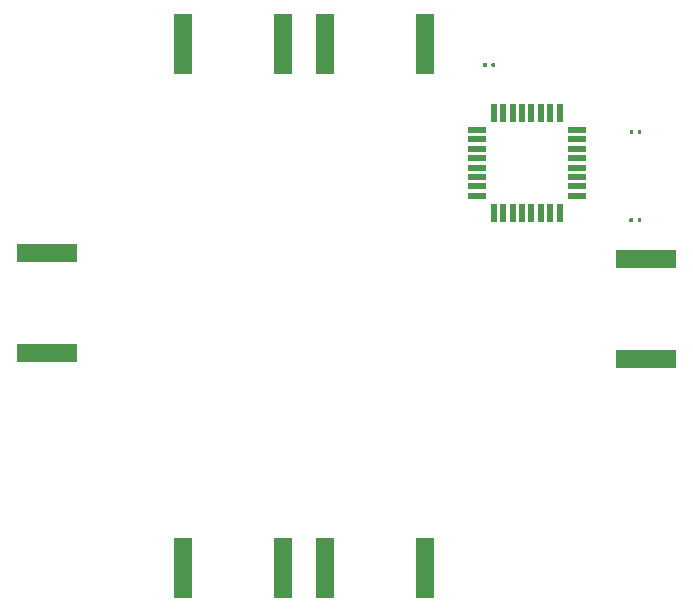
<source format=gbr>
G04 #@! TF.GenerationSoftware,KiCad,Pcbnew,(5.1.8)-1*
G04 #@! TF.CreationDate,2020-12-15T23:42:14+02:00*
G04 #@! TF.ProjectId,qam - demodulator,71616d20-2d20-4646-956d-6f64756c6174,rev?*
G04 #@! TF.SameCoordinates,Original*
G04 #@! TF.FileFunction,Paste,Bot*
G04 #@! TF.FilePolarity,Positive*
%FSLAX46Y46*%
G04 Gerber Fmt 4.6, Leading zero omitted, Abs format (unit mm)*
G04 Created by KiCad (PCBNEW (5.1.8)-1) date 2020-12-15 23:42:14*
%MOMM*%
%LPD*%
G01*
G04 APERTURE LIST*
%ADD10R,5.080000X1.500000*%
%ADD11R,1.600000X0.550000*%
%ADD12R,0.550000X1.600000*%
%ADD13R,1.500000X5.080000*%
G04 APERTURE END LIST*
D10*
X223000000Y-109500000D03*
X223000000Y-101000000D03*
D11*
X217120000Y-90060000D03*
X217120000Y-90860000D03*
X217120000Y-91660000D03*
X217120000Y-92460000D03*
X217120000Y-93260000D03*
X217120000Y-94060000D03*
X217120000Y-94860000D03*
X217120000Y-95660000D03*
D12*
X215670000Y-97110000D03*
X214870000Y-97110000D03*
X214070000Y-97110000D03*
X213270000Y-97110000D03*
X212470000Y-97110000D03*
X211670000Y-97110000D03*
X210870000Y-97110000D03*
X210070000Y-97110000D03*
D11*
X208620000Y-95660000D03*
X208620000Y-94860000D03*
X208620000Y-94060000D03*
X208620000Y-93260000D03*
X208620000Y-92460000D03*
X208620000Y-91660000D03*
X208620000Y-90860000D03*
X208620000Y-90060000D03*
D12*
X210070000Y-88610000D03*
X210870000Y-88610000D03*
X211670000Y-88610000D03*
X212470000Y-88610000D03*
X213270000Y-88610000D03*
X214070000Y-88610000D03*
X214870000Y-88610000D03*
X215670000Y-88610000D03*
D13*
X192250000Y-82800000D03*
X183750000Y-82800000D03*
X192250000Y-127200000D03*
X183750000Y-127200000D03*
X204250000Y-82800000D03*
X195750000Y-82800000D03*
X204250000Y-127200000D03*
X195750000Y-127200000D03*
G36*
G01*
X209176000Y-84680500D02*
X209176000Y-84479500D01*
G75*
G02*
X209255500Y-84400000I79500J0D01*
G01*
X209414500Y-84400000D01*
G75*
G02*
X209494000Y-84479500I0J-79500D01*
G01*
X209494000Y-84680500D01*
G75*
G02*
X209414500Y-84760000I-79500J0D01*
G01*
X209255500Y-84760000D01*
G75*
G02*
X209176000Y-84680500I0J79500D01*
G01*
G37*
G36*
G01*
X209866000Y-84680500D02*
X209866000Y-84479500D01*
G75*
G02*
X209945500Y-84400000I79500J0D01*
G01*
X210104500Y-84400000D01*
G75*
G02*
X210184000Y-84479500I0J-79500D01*
G01*
X210184000Y-84680500D01*
G75*
G02*
X210104500Y-84760000I-79500J0D01*
G01*
X209945500Y-84760000D01*
G75*
G02*
X209866000Y-84680500I0J79500D01*
G01*
G37*
G36*
G01*
X221894000Y-90129500D02*
X221894000Y-90330500D01*
G75*
G02*
X221814500Y-90410000I-79500J0D01*
G01*
X221655500Y-90410000D01*
G75*
G02*
X221576000Y-90330500I0J79500D01*
G01*
X221576000Y-90129500D01*
G75*
G02*
X221655500Y-90050000I79500J0D01*
G01*
X221814500Y-90050000D01*
G75*
G02*
X221894000Y-90129500I0J-79500D01*
G01*
G37*
G36*
G01*
X222584000Y-90129500D02*
X222584000Y-90330500D01*
G75*
G02*
X222504500Y-90410000I-79500J0D01*
G01*
X222345500Y-90410000D01*
G75*
G02*
X222266000Y-90330500I0J79500D01*
G01*
X222266000Y-90129500D01*
G75*
G02*
X222345500Y-90050000I79500J0D01*
G01*
X222504500Y-90050000D01*
G75*
G02*
X222584000Y-90129500I0J-79500D01*
G01*
G37*
D10*
X172210000Y-100500000D03*
X172210000Y-109000000D03*
G36*
G01*
X222574000Y-97629500D02*
X222574000Y-97830500D01*
G75*
G02*
X222494500Y-97910000I-79500J0D01*
G01*
X222335500Y-97910000D01*
G75*
G02*
X222256000Y-97830500I0J79500D01*
G01*
X222256000Y-97629500D01*
G75*
G02*
X222335500Y-97550000I79500J0D01*
G01*
X222494500Y-97550000D01*
G75*
G02*
X222574000Y-97629500I0J-79500D01*
G01*
G37*
G36*
G01*
X221884000Y-97629500D02*
X221884000Y-97830500D01*
G75*
G02*
X221804500Y-97910000I-79500J0D01*
G01*
X221645500Y-97910000D01*
G75*
G02*
X221566000Y-97830500I0J79500D01*
G01*
X221566000Y-97629500D01*
G75*
G02*
X221645500Y-97550000I79500J0D01*
G01*
X221804500Y-97550000D01*
G75*
G02*
X221884000Y-97629500I0J-79500D01*
G01*
G37*
M02*

</source>
